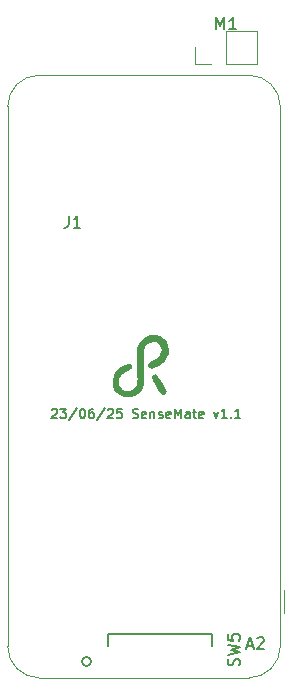
<source format=gto>
G04 #@! TF.GenerationSoftware,KiCad,Pcbnew,9.0.2*
G04 #@! TF.CreationDate,2025-06-24T11:01:01+02:00*
G04 #@! TF.ProjectId,SenseMatePCB,53656e73-654d-4617-9465-5043422e6b69,rev?*
G04 #@! TF.SameCoordinates,Original*
G04 #@! TF.FileFunction,Legend,Top*
G04 #@! TF.FilePolarity,Positive*
%FSLAX46Y46*%
G04 Gerber Fmt 4.6, Leading zero omitted, Abs format (unit mm)*
G04 Created by KiCad (PCBNEW 9.0.2) date 2025-06-24 11:01:01*
%MOMM*%
%LPD*%
G01*
G04 APERTURE LIST*
%ADD10C,0.160000*%
%ADD11C,0.150000*%
%ADD12C,0.152400*%
%ADD13C,0.120000*%
%ADD14C,0.000000*%
G04 APERTURE END LIST*
D10*
X97757643Y-89169965D02*
X97795739Y-89131870D01*
X97795739Y-89131870D02*
X97871929Y-89093775D01*
X97871929Y-89093775D02*
X98062405Y-89093775D01*
X98062405Y-89093775D02*
X98138596Y-89131870D01*
X98138596Y-89131870D02*
X98176691Y-89169965D01*
X98176691Y-89169965D02*
X98214786Y-89246156D01*
X98214786Y-89246156D02*
X98214786Y-89322346D01*
X98214786Y-89322346D02*
X98176691Y-89436632D01*
X98176691Y-89436632D02*
X97719548Y-89893775D01*
X97719548Y-89893775D02*
X98214786Y-89893775D01*
X98481453Y-89093775D02*
X98976691Y-89093775D01*
X98976691Y-89093775D02*
X98710025Y-89398537D01*
X98710025Y-89398537D02*
X98824310Y-89398537D01*
X98824310Y-89398537D02*
X98900501Y-89436632D01*
X98900501Y-89436632D02*
X98938596Y-89474727D01*
X98938596Y-89474727D02*
X98976691Y-89550918D01*
X98976691Y-89550918D02*
X98976691Y-89741394D01*
X98976691Y-89741394D02*
X98938596Y-89817584D01*
X98938596Y-89817584D02*
X98900501Y-89855680D01*
X98900501Y-89855680D02*
X98824310Y-89893775D01*
X98824310Y-89893775D02*
X98595739Y-89893775D01*
X98595739Y-89893775D02*
X98519548Y-89855680D01*
X98519548Y-89855680D02*
X98481453Y-89817584D01*
X99890977Y-89055680D02*
X99205263Y-90084251D01*
X100310025Y-89093775D02*
X100386215Y-89093775D01*
X100386215Y-89093775D02*
X100462406Y-89131870D01*
X100462406Y-89131870D02*
X100500501Y-89169965D01*
X100500501Y-89169965D02*
X100538596Y-89246156D01*
X100538596Y-89246156D02*
X100576691Y-89398537D01*
X100576691Y-89398537D02*
X100576691Y-89589013D01*
X100576691Y-89589013D02*
X100538596Y-89741394D01*
X100538596Y-89741394D02*
X100500501Y-89817584D01*
X100500501Y-89817584D02*
X100462406Y-89855680D01*
X100462406Y-89855680D02*
X100386215Y-89893775D01*
X100386215Y-89893775D02*
X100310025Y-89893775D01*
X100310025Y-89893775D02*
X100233834Y-89855680D01*
X100233834Y-89855680D02*
X100195739Y-89817584D01*
X100195739Y-89817584D02*
X100157644Y-89741394D01*
X100157644Y-89741394D02*
X100119548Y-89589013D01*
X100119548Y-89589013D02*
X100119548Y-89398537D01*
X100119548Y-89398537D02*
X100157644Y-89246156D01*
X100157644Y-89246156D02*
X100195739Y-89169965D01*
X100195739Y-89169965D02*
X100233834Y-89131870D01*
X100233834Y-89131870D02*
X100310025Y-89093775D01*
X101262406Y-89093775D02*
X101110025Y-89093775D01*
X101110025Y-89093775D02*
X101033834Y-89131870D01*
X101033834Y-89131870D02*
X100995739Y-89169965D01*
X100995739Y-89169965D02*
X100919549Y-89284251D01*
X100919549Y-89284251D02*
X100881453Y-89436632D01*
X100881453Y-89436632D02*
X100881453Y-89741394D01*
X100881453Y-89741394D02*
X100919549Y-89817584D01*
X100919549Y-89817584D02*
X100957644Y-89855680D01*
X100957644Y-89855680D02*
X101033834Y-89893775D01*
X101033834Y-89893775D02*
X101186215Y-89893775D01*
X101186215Y-89893775D02*
X101262406Y-89855680D01*
X101262406Y-89855680D02*
X101300501Y-89817584D01*
X101300501Y-89817584D02*
X101338596Y-89741394D01*
X101338596Y-89741394D02*
X101338596Y-89550918D01*
X101338596Y-89550918D02*
X101300501Y-89474727D01*
X101300501Y-89474727D02*
X101262406Y-89436632D01*
X101262406Y-89436632D02*
X101186215Y-89398537D01*
X101186215Y-89398537D02*
X101033834Y-89398537D01*
X101033834Y-89398537D02*
X100957644Y-89436632D01*
X100957644Y-89436632D02*
X100919549Y-89474727D01*
X100919549Y-89474727D02*
X100881453Y-89550918D01*
X102252882Y-89055680D02*
X101567168Y-90084251D01*
X102481453Y-89169965D02*
X102519549Y-89131870D01*
X102519549Y-89131870D02*
X102595739Y-89093775D01*
X102595739Y-89093775D02*
X102786215Y-89093775D01*
X102786215Y-89093775D02*
X102862406Y-89131870D01*
X102862406Y-89131870D02*
X102900501Y-89169965D01*
X102900501Y-89169965D02*
X102938596Y-89246156D01*
X102938596Y-89246156D02*
X102938596Y-89322346D01*
X102938596Y-89322346D02*
X102900501Y-89436632D01*
X102900501Y-89436632D02*
X102443358Y-89893775D01*
X102443358Y-89893775D02*
X102938596Y-89893775D01*
X103662406Y-89093775D02*
X103281454Y-89093775D01*
X103281454Y-89093775D02*
X103243358Y-89474727D01*
X103243358Y-89474727D02*
X103281454Y-89436632D01*
X103281454Y-89436632D02*
X103357644Y-89398537D01*
X103357644Y-89398537D02*
X103548120Y-89398537D01*
X103548120Y-89398537D02*
X103624311Y-89436632D01*
X103624311Y-89436632D02*
X103662406Y-89474727D01*
X103662406Y-89474727D02*
X103700501Y-89550918D01*
X103700501Y-89550918D02*
X103700501Y-89741394D01*
X103700501Y-89741394D02*
X103662406Y-89817584D01*
X103662406Y-89817584D02*
X103624311Y-89855680D01*
X103624311Y-89855680D02*
X103548120Y-89893775D01*
X103548120Y-89893775D02*
X103357644Y-89893775D01*
X103357644Y-89893775D02*
X103281454Y-89855680D01*
X103281454Y-89855680D02*
X103243358Y-89817584D01*
X104614787Y-89855680D02*
X104729073Y-89893775D01*
X104729073Y-89893775D02*
X104919549Y-89893775D01*
X104919549Y-89893775D02*
X104995740Y-89855680D01*
X104995740Y-89855680D02*
X105033835Y-89817584D01*
X105033835Y-89817584D02*
X105071930Y-89741394D01*
X105071930Y-89741394D02*
X105071930Y-89665203D01*
X105071930Y-89665203D02*
X105033835Y-89589013D01*
X105033835Y-89589013D02*
X104995740Y-89550918D01*
X104995740Y-89550918D02*
X104919549Y-89512822D01*
X104919549Y-89512822D02*
X104767168Y-89474727D01*
X104767168Y-89474727D02*
X104690978Y-89436632D01*
X104690978Y-89436632D02*
X104652883Y-89398537D01*
X104652883Y-89398537D02*
X104614787Y-89322346D01*
X104614787Y-89322346D02*
X104614787Y-89246156D01*
X104614787Y-89246156D02*
X104652883Y-89169965D01*
X104652883Y-89169965D02*
X104690978Y-89131870D01*
X104690978Y-89131870D02*
X104767168Y-89093775D01*
X104767168Y-89093775D02*
X104957645Y-89093775D01*
X104957645Y-89093775D02*
X105071930Y-89131870D01*
X105719550Y-89855680D02*
X105643359Y-89893775D01*
X105643359Y-89893775D02*
X105490978Y-89893775D01*
X105490978Y-89893775D02*
X105414788Y-89855680D01*
X105414788Y-89855680D02*
X105376692Y-89779489D01*
X105376692Y-89779489D02*
X105376692Y-89474727D01*
X105376692Y-89474727D02*
X105414788Y-89398537D01*
X105414788Y-89398537D02*
X105490978Y-89360441D01*
X105490978Y-89360441D02*
X105643359Y-89360441D01*
X105643359Y-89360441D02*
X105719550Y-89398537D01*
X105719550Y-89398537D02*
X105757645Y-89474727D01*
X105757645Y-89474727D02*
X105757645Y-89550918D01*
X105757645Y-89550918D02*
X105376692Y-89627108D01*
X106100502Y-89360441D02*
X106100502Y-89893775D01*
X106100502Y-89436632D02*
X106138597Y-89398537D01*
X106138597Y-89398537D02*
X106214787Y-89360441D01*
X106214787Y-89360441D02*
X106329073Y-89360441D01*
X106329073Y-89360441D02*
X106405264Y-89398537D01*
X106405264Y-89398537D02*
X106443359Y-89474727D01*
X106443359Y-89474727D02*
X106443359Y-89893775D01*
X106786216Y-89855680D02*
X106862407Y-89893775D01*
X106862407Y-89893775D02*
X107014788Y-89893775D01*
X107014788Y-89893775D02*
X107090978Y-89855680D01*
X107090978Y-89855680D02*
X107129074Y-89779489D01*
X107129074Y-89779489D02*
X107129074Y-89741394D01*
X107129074Y-89741394D02*
X107090978Y-89665203D01*
X107090978Y-89665203D02*
X107014788Y-89627108D01*
X107014788Y-89627108D02*
X106900502Y-89627108D01*
X106900502Y-89627108D02*
X106824312Y-89589013D01*
X106824312Y-89589013D02*
X106786216Y-89512822D01*
X106786216Y-89512822D02*
X106786216Y-89474727D01*
X106786216Y-89474727D02*
X106824312Y-89398537D01*
X106824312Y-89398537D02*
X106900502Y-89360441D01*
X106900502Y-89360441D02*
X107014788Y-89360441D01*
X107014788Y-89360441D02*
X107090978Y-89398537D01*
X107776693Y-89855680D02*
X107700502Y-89893775D01*
X107700502Y-89893775D02*
X107548121Y-89893775D01*
X107548121Y-89893775D02*
X107471931Y-89855680D01*
X107471931Y-89855680D02*
X107433835Y-89779489D01*
X107433835Y-89779489D02*
X107433835Y-89474727D01*
X107433835Y-89474727D02*
X107471931Y-89398537D01*
X107471931Y-89398537D02*
X107548121Y-89360441D01*
X107548121Y-89360441D02*
X107700502Y-89360441D01*
X107700502Y-89360441D02*
X107776693Y-89398537D01*
X107776693Y-89398537D02*
X107814788Y-89474727D01*
X107814788Y-89474727D02*
X107814788Y-89550918D01*
X107814788Y-89550918D02*
X107433835Y-89627108D01*
X108157645Y-89893775D02*
X108157645Y-89093775D01*
X108157645Y-89093775D02*
X108424311Y-89665203D01*
X108424311Y-89665203D02*
X108690978Y-89093775D01*
X108690978Y-89093775D02*
X108690978Y-89893775D01*
X109414788Y-89893775D02*
X109414788Y-89474727D01*
X109414788Y-89474727D02*
X109376693Y-89398537D01*
X109376693Y-89398537D02*
X109300502Y-89360441D01*
X109300502Y-89360441D02*
X109148121Y-89360441D01*
X109148121Y-89360441D02*
X109071931Y-89398537D01*
X109414788Y-89855680D02*
X109338597Y-89893775D01*
X109338597Y-89893775D02*
X109148121Y-89893775D01*
X109148121Y-89893775D02*
X109071931Y-89855680D01*
X109071931Y-89855680D02*
X109033835Y-89779489D01*
X109033835Y-89779489D02*
X109033835Y-89703299D01*
X109033835Y-89703299D02*
X109071931Y-89627108D01*
X109071931Y-89627108D02*
X109148121Y-89589013D01*
X109148121Y-89589013D02*
X109338597Y-89589013D01*
X109338597Y-89589013D02*
X109414788Y-89550918D01*
X109681455Y-89360441D02*
X109986217Y-89360441D01*
X109795741Y-89093775D02*
X109795741Y-89779489D01*
X109795741Y-89779489D02*
X109833836Y-89855680D01*
X109833836Y-89855680D02*
X109910026Y-89893775D01*
X109910026Y-89893775D02*
X109986217Y-89893775D01*
X110557646Y-89855680D02*
X110481455Y-89893775D01*
X110481455Y-89893775D02*
X110329074Y-89893775D01*
X110329074Y-89893775D02*
X110252884Y-89855680D01*
X110252884Y-89855680D02*
X110214788Y-89779489D01*
X110214788Y-89779489D02*
X110214788Y-89474727D01*
X110214788Y-89474727D02*
X110252884Y-89398537D01*
X110252884Y-89398537D02*
X110329074Y-89360441D01*
X110329074Y-89360441D02*
X110481455Y-89360441D01*
X110481455Y-89360441D02*
X110557646Y-89398537D01*
X110557646Y-89398537D02*
X110595741Y-89474727D01*
X110595741Y-89474727D02*
X110595741Y-89550918D01*
X110595741Y-89550918D02*
X110214788Y-89627108D01*
X111471931Y-89360441D02*
X111662407Y-89893775D01*
X111662407Y-89893775D02*
X111852884Y-89360441D01*
X112576693Y-89893775D02*
X112119550Y-89893775D01*
X112348122Y-89893775D02*
X112348122Y-89093775D01*
X112348122Y-89093775D02*
X112271931Y-89208060D01*
X112271931Y-89208060D02*
X112195741Y-89284251D01*
X112195741Y-89284251D02*
X112119550Y-89322346D01*
X112919551Y-89817584D02*
X112957646Y-89855680D01*
X112957646Y-89855680D02*
X112919551Y-89893775D01*
X112919551Y-89893775D02*
X112881455Y-89855680D01*
X112881455Y-89855680D02*
X112919551Y-89817584D01*
X112919551Y-89817584D02*
X112919551Y-89893775D01*
X113719550Y-89893775D02*
X113262407Y-89893775D01*
X113490979Y-89893775D02*
X113490979Y-89093775D01*
X113490979Y-89093775D02*
X113414788Y-89208060D01*
X113414788Y-89208060D02*
X113338598Y-89284251D01*
X113338598Y-89284251D02*
X113262407Y-89322346D01*
D11*
X113607202Y-110833332D02*
X113654821Y-110690475D01*
X113654821Y-110690475D02*
X113654821Y-110452380D01*
X113654821Y-110452380D02*
X113607202Y-110357142D01*
X113607202Y-110357142D02*
X113559582Y-110309523D01*
X113559582Y-110309523D02*
X113464344Y-110261904D01*
X113464344Y-110261904D02*
X113369106Y-110261904D01*
X113369106Y-110261904D02*
X113273868Y-110309523D01*
X113273868Y-110309523D02*
X113226249Y-110357142D01*
X113226249Y-110357142D02*
X113178630Y-110452380D01*
X113178630Y-110452380D02*
X113131011Y-110642856D01*
X113131011Y-110642856D02*
X113083392Y-110738094D01*
X113083392Y-110738094D02*
X113035773Y-110785713D01*
X113035773Y-110785713D02*
X112940535Y-110833332D01*
X112940535Y-110833332D02*
X112845297Y-110833332D01*
X112845297Y-110833332D02*
X112750059Y-110785713D01*
X112750059Y-110785713D02*
X112702440Y-110738094D01*
X112702440Y-110738094D02*
X112654821Y-110642856D01*
X112654821Y-110642856D02*
X112654821Y-110404761D01*
X112654821Y-110404761D02*
X112702440Y-110261904D01*
X112654821Y-109928570D02*
X113654821Y-109690475D01*
X113654821Y-109690475D02*
X112940535Y-109499999D01*
X112940535Y-109499999D02*
X113654821Y-109309523D01*
X113654821Y-109309523D02*
X112654821Y-109071428D01*
X112654821Y-108214285D02*
X112654821Y-108690475D01*
X112654821Y-108690475D02*
X113131011Y-108738094D01*
X113131011Y-108738094D02*
X113083392Y-108690475D01*
X113083392Y-108690475D02*
X113035773Y-108595237D01*
X113035773Y-108595237D02*
X113035773Y-108357142D01*
X113035773Y-108357142D02*
X113083392Y-108261904D01*
X113083392Y-108261904D02*
X113131011Y-108214285D01*
X113131011Y-108214285D02*
X113226249Y-108166666D01*
X113226249Y-108166666D02*
X113464344Y-108166666D01*
X113464344Y-108166666D02*
X113559582Y-108214285D01*
X113559582Y-108214285D02*
X113607202Y-108261904D01*
X113607202Y-108261904D02*
X113654821Y-108357142D01*
X113654821Y-108357142D02*
X113654821Y-108595237D01*
X113654821Y-108595237D02*
X113607202Y-108690475D01*
X113607202Y-108690475D02*
X113559582Y-108738094D01*
X114285714Y-109169104D02*
X114761904Y-109169104D01*
X114190476Y-109454819D02*
X114523809Y-108454819D01*
X114523809Y-108454819D02*
X114857142Y-109454819D01*
X115142857Y-108550057D02*
X115190476Y-108502438D01*
X115190476Y-108502438D02*
X115285714Y-108454819D01*
X115285714Y-108454819D02*
X115523809Y-108454819D01*
X115523809Y-108454819D02*
X115619047Y-108502438D01*
X115619047Y-108502438D02*
X115666666Y-108550057D01*
X115666666Y-108550057D02*
X115714285Y-108645295D01*
X115714285Y-108645295D02*
X115714285Y-108740533D01*
X115714285Y-108740533D02*
X115666666Y-108883390D01*
X115666666Y-108883390D02*
X115095238Y-109454819D01*
X115095238Y-109454819D02*
X115714285Y-109454819D01*
X111690476Y-56954819D02*
X111690476Y-55954819D01*
X111690476Y-55954819D02*
X112023809Y-56669104D01*
X112023809Y-56669104D02*
X112357142Y-55954819D01*
X112357142Y-55954819D02*
X112357142Y-56954819D01*
X113357142Y-56954819D02*
X112785714Y-56954819D01*
X113071428Y-56954819D02*
X113071428Y-55954819D01*
X113071428Y-55954819D02*
X112976190Y-56097676D01*
X112976190Y-56097676D02*
X112880952Y-56192914D01*
X112880952Y-56192914D02*
X112785714Y-56240533D01*
X99166666Y-72764819D02*
X99166666Y-73479104D01*
X99166666Y-73479104D02*
X99119047Y-73621961D01*
X99119047Y-73621961D02*
X99023809Y-73717200D01*
X99023809Y-73717200D02*
X98880952Y-73764819D01*
X98880952Y-73764819D02*
X98785714Y-73764819D01*
X100166666Y-73764819D02*
X99595238Y-73764819D01*
X99880952Y-73764819D02*
X99880952Y-72764819D01*
X99880952Y-72764819D02*
X99785714Y-72907676D01*
X99785714Y-72907676D02*
X99690476Y-73002914D01*
X99690476Y-73002914D02*
X99595238Y-73050533D01*
D12*
X102467701Y-108175900D02*
X102467701Y-109205945D01*
X111332301Y-108175900D02*
X102467701Y-108175900D01*
X111332301Y-109205945D02*
X111332301Y-108175900D01*
X101070701Y-110500000D02*
G75*
G02*
X100308701Y-110500000I-381000J0D01*
G01*
X100308701Y-110500000D02*
G75*
G02*
X101070701Y-110500000I381000J0D01*
G01*
D13*
X94013900Y-109227001D02*
X94013900Y-63507001D01*
X96663900Y-60857001D02*
X114443900Y-60857001D01*
X96663900Y-111877001D02*
X114443900Y-111877001D01*
X117093900Y-109227001D02*
X117093900Y-63507001D01*
X117413900Y-104417001D02*
X117413900Y-106417001D01*
X94013900Y-63507001D02*
G75*
G02*
X96663900Y-60857001I2650000J0D01*
G01*
X96663900Y-111877001D02*
G75*
G02*
X94013900Y-109227001I0J2650000D01*
G01*
X114443900Y-60857001D02*
G75*
G02*
X117093900Y-63507001I0J-2650000D01*
G01*
X117093900Y-109227001D02*
G75*
G02*
X114443900Y-111877001I-2650000J0D01*
G01*
X109845000Y-59880000D02*
X109845000Y-58500000D01*
X111225000Y-59880000D02*
X109845000Y-59880000D01*
X112495000Y-57120000D02*
X115145000Y-57120000D01*
X112495000Y-59880000D02*
X112495000Y-57120000D01*
X112495000Y-59880000D02*
X115145000Y-59880000D01*
X115145000Y-59880000D02*
X115145000Y-57120000D01*
D14*
G36*
X106620061Y-86221109D02*
G01*
X106685210Y-86282798D01*
X106781056Y-86406495D01*
X106897575Y-86575639D01*
X107024744Y-86773668D01*
X107152538Y-86984020D01*
X107270932Y-87190135D01*
X107369904Y-87375449D01*
X107439428Y-87523403D01*
X107469481Y-87617434D01*
X107469968Y-87625300D01*
X107428067Y-87766353D01*
X107352965Y-87845986D01*
X107246064Y-87916591D01*
X107154515Y-87929117D01*
X107041572Y-87893917D01*
X106978467Y-87834688D01*
X106882059Y-87695377D01*
X106753469Y-87477772D01*
X106593815Y-87183660D01*
X106579429Y-87156296D01*
X106448231Y-86904756D01*
X106354309Y-86718997D01*
X106292967Y-86586535D01*
X106259509Y-86494883D01*
X106249236Y-86431557D01*
X106257453Y-86384072D01*
X106275132Y-86347424D01*
X106378974Y-86233205D01*
X106507471Y-86192435D01*
X106620061Y-86221109D01*
G37*
G36*
X106678625Y-82869433D02*
G01*
X106895770Y-82921958D01*
X107083331Y-83022851D01*
X107268970Y-83183278D01*
X107301255Y-83216163D01*
X107498084Y-83470624D01*
X107617362Y-83751879D01*
X107665013Y-84075294D01*
X107666434Y-84163544D01*
X107633139Y-84477265D01*
X107532246Y-84757274D01*
X107355997Y-85020604D01*
X107199571Y-85188734D01*
X107032045Y-85328832D01*
X106829591Y-85463718D01*
X106615490Y-85581087D01*
X106413025Y-85668637D01*
X106245478Y-85714066D01*
X106198442Y-85717740D01*
X106038759Y-85680934D01*
X105923779Y-85582234D01*
X105872417Y-85439221D01*
X105871366Y-85413783D01*
X105892334Y-85302630D01*
X105963925Y-85211227D01*
X106099173Y-85127965D01*
X106274540Y-85054690D01*
X106538176Y-84923612D01*
X106761777Y-84748794D01*
X106932823Y-84544641D01*
X107038796Y-84325558D01*
X107068367Y-84141342D01*
X107035433Y-83954127D01*
X106949279Y-83762963D01*
X106828880Y-83603776D01*
X106750959Y-83540335D01*
X106631686Y-83482869D01*
X106495930Y-83461128D01*
X106352317Y-83464281D01*
X106079682Y-83522951D01*
X105845770Y-83661540D01*
X105650624Y-83880023D01*
X105649338Y-83881918D01*
X105602921Y-83956273D01*
X105571603Y-84029899D01*
X105552436Y-84121968D01*
X105542475Y-84251656D01*
X105538772Y-84438135D01*
X105538324Y-84604229D01*
X105539450Y-84827778D01*
X105542581Y-85115078D01*
X105547351Y-85441102D01*
X105553392Y-85780823D01*
X105560337Y-86109211D01*
X105560527Y-86117390D01*
X105582730Y-87072111D01*
X105458210Y-87338544D01*
X105273942Y-87649551D01*
X105046512Y-87883395D01*
X104772859Y-88042155D01*
X104449925Y-88127908D01*
X104272765Y-88143906D01*
X104093596Y-88145889D01*
X103936160Y-88138169D01*
X103832824Y-88122408D01*
X103828709Y-88121131D01*
X103502657Y-87973540D01*
X103244347Y-87769549D01*
X103056450Y-87513199D01*
X102941639Y-87208534D01*
X102902585Y-86859595D01*
X102907349Y-86727182D01*
X102975216Y-86365391D01*
X103120108Y-86041006D01*
X103335017Y-85762703D01*
X103612933Y-85539154D01*
X103946849Y-85379035D01*
X104014584Y-85356942D01*
X104183628Y-85308391D01*
X104293832Y-85287093D01*
X104370242Y-85291131D01*
X104437899Y-85318586D01*
X104447386Y-85323791D01*
X104540533Y-85416951D01*
X104578093Y-85541064D01*
X104555012Y-85662891D01*
X104508049Y-85722683D01*
X104422903Y-85771736D01*
X104285991Y-85828762D01*
X104169609Y-85868024D01*
X103934293Y-85967936D01*
X103742775Y-86119781D01*
X103736203Y-86126502D01*
X103576382Y-86341958D01*
X103479058Y-86583134D01*
X103445070Y-86832032D01*
X103475256Y-87070652D01*
X103570454Y-87280995D01*
X103676786Y-87402266D01*
X103820532Y-87509095D01*
X103965763Y-87565899D01*
X104143995Y-87581500D01*
X104289986Y-87573932D01*
X104544778Y-87515464D01*
X104745056Y-87387332D01*
X104889445Y-87190487D01*
X104943429Y-87068999D01*
X104980387Y-86943969D01*
X105001706Y-86798688D01*
X105008770Y-86616451D01*
X105002967Y-86380551D01*
X104985682Y-86074280D01*
X104984078Y-86049778D01*
X104966456Y-85741767D01*
X104950403Y-85387614D01*
X104937636Y-85029986D01*
X104929873Y-84711553D01*
X104929631Y-84696411D01*
X104926291Y-84432219D01*
X104927067Y-84238683D01*
X104933991Y-84097674D01*
X104949099Y-83991061D01*
X104974423Y-83900715D01*
X105011997Y-83808504D01*
X105034839Y-83758565D01*
X105223324Y-83442773D01*
X105470866Y-83188208D01*
X105748436Y-83004518D01*
X105896164Y-82928824D01*
X106016709Y-82883748D01*
X106143866Y-82861538D01*
X106311427Y-82854445D01*
X106404233Y-82854112D01*
X106678625Y-82869433D01*
G37*
M02*

</source>
